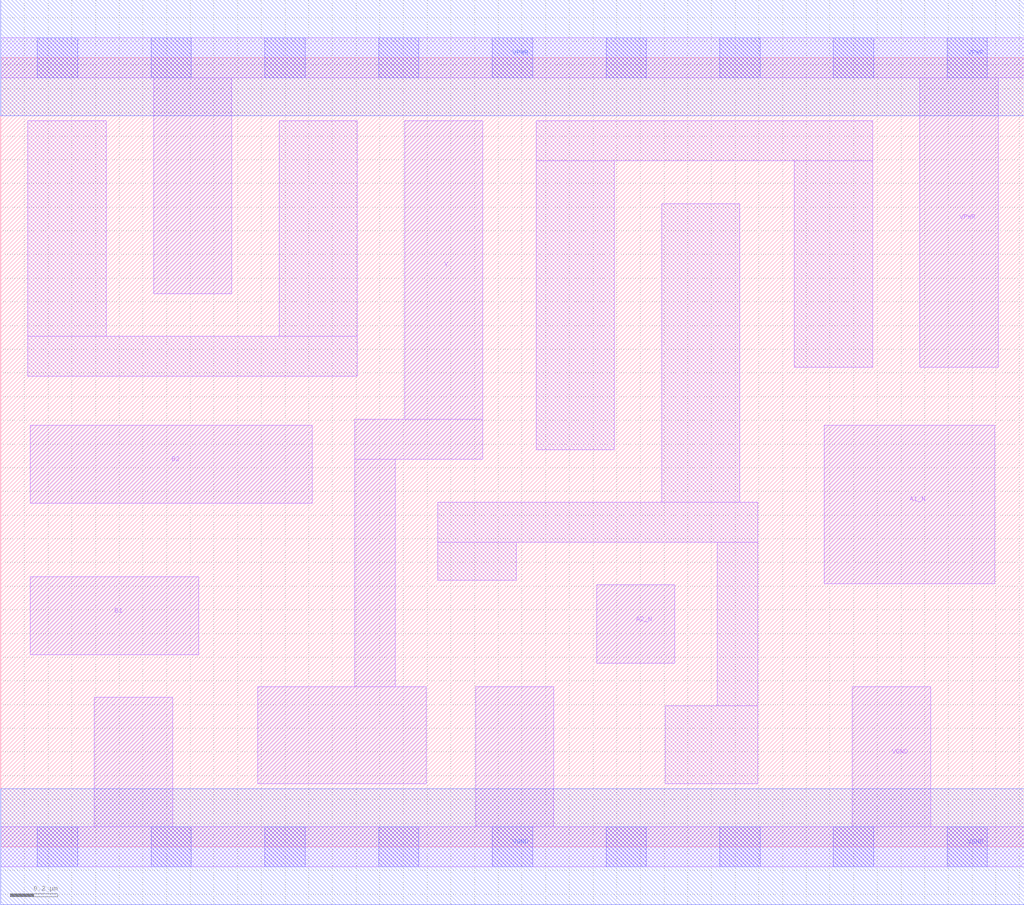
<source format=lef>
# Copyright 2020 The SkyWater PDK Authors
#
# Licensed under the Apache License, Version 2.0 (the "License");
# you may not use this file except in compliance with the License.
# You may obtain a copy of the License at
#
#     https://www.apache.org/licenses/LICENSE-2.0
#
# Unless required by applicable law or agreed to in writing, software
# distributed under the License is distributed on an "AS IS" BASIS,
# WITHOUT WARRANTIES OR CONDITIONS OF ANY KIND, either express or implied.
# See the License for the specific language governing permissions and
# limitations under the License.
#
# SPDX-License-Identifier: Apache-2.0

VERSION 5.7 ;
  NAMESCASESENSITIVE ON ;
  NOWIREEXTENSIONATPIN ON ;
  DIVIDERCHAR "/" ;
  BUSBITCHARS "[]" ;
UNITS
  DATABASE MICRONS 200 ;
END UNITS
MACRO sky130_fd_sc_lp__a2bb2oi_lp
  CLASS CORE ;
  SOURCE USER ;
  FOREIGN sky130_fd_sc_lp__a2bb2oi_lp ;
  ORIGIN  0.000000  0.000000 ;
  SIZE  4.320000 BY  3.330000 ;
  SYMMETRY X Y R90 ;
  SITE unit ;
  PIN A1_N
    ANTENNAGATEAREA  0.376000 ;
    DIRECTION INPUT ;
    USE SIGNAL ;
    PORT
      LAYER li1 ;
        RECT 3.475000 1.110000 4.195000 1.780000 ;
    END
  END A1_N
  PIN A2_N
    ANTENNAGATEAREA  0.376000 ;
    DIRECTION INPUT ;
    USE SIGNAL ;
    PORT
      LAYER li1 ;
        RECT 2.515000 0.775000 2.845000 1.105000 ;
    END
  END A2_N
  PIN B1
    ANTENNAGATEAREA  0.313000 ;
    DIRECTION INPUT ;
    USE SIGNAL ;
    PORT
      LAYER li1 ;
        RECT 0.125000 0.810000 0.835000 1.140000 ;
    END
  END B1
  PIN B2
    ANTENNAGATEAREA  0.313000 ;
    DIRECTION INPUT ;
    USE SIGNAL ;
    PORT
      LAYER li1 ;
        RECT 0.125000 1.450000 1.315000 1.780000 ;
    END
  END B2
  PIN Y
    ANTENNADIFFAREA  0.397600 ;
    DIRECTION OUTPUT ;
    USE SIGNAL ;
    PORT
      LAYER li1 ;
        RECT 1.085000 0.265000 1.795000 0.675000 ;
        RECT 1.495000 0.675000 1.665000 1.635000 ;
        RECT 1.495000 1.635000 2.035000 1.805000 ;
        RECT 1.705000 1.805000 2.035000 3.065000 ;
    END
  END Y
  PIN VGND
    DIRECTION INOUT ;
    USE GROUND ;
    PORT
      LAYER li1 ;
        RECT 0.000000 -0.085000 4.320000 0.085000 ;
        RECT 0.395000  0.085000 0.725000 0.630000 ;
        RECT 2.005000  0.085000 2.335000 0.675000 ;
        RECT 3.595000  0.085000 3.925000 0.675000 ;
      LAYER mcon ;
        RECT 0.155000 -0.085000 0.325000 0.085000 ;
        RECT 0.635000 -0.085000 0.805000 0.085000 ;
        RECT 1.115000 -0.085000 1.285000 0.085000 ;
        RECT 1.595000 -0.085000 1.765000 0.085000 ;
        RECT 2.075000 -0.085000 2.245000 0.085000 ;
        RECT 2.555000 -0.085000 2.725000 0.085000 ;
        RECT 3.035000 -0.085000 3.205000 0.085000 ;
        RECT 3.515000 -0.085000 3.685000 0.085000 ;
        RECT 3.995000 -0.085000 4.165000 0.085000 ;
      LAYER met1 ;
        RECT 0.000000 -0.245000 4.320000 0.245000 ;
    END
  END VGND
  PIN VPWR
    DIRECTION INOUT ;
    USE POWER ;
    PORT
      LAYER li1 ;
        RECT 0.000000 3.245000 4.320000 3.415000 ;
        RECT 0.645000 2.335000 0.975000 3.245000 ;
        RECT 3.880000 2.025000 4.210000 3.245000 ;
      LAYER mcon ;
        RECT 0.155000 3.245000 0.325000 3.415000 ;
        RECT 0.635000 3.245000 0.805000 3.415000 ;
        RECT 1.115000 3.245000 1.285000 3.415000 ;
        RECT 1.595000 3.245000 1.765000 3.415000 ;
        RECT 2.075000 3.245000 2.245000 3.415000 ;
        RECT 2.555000 3.245000 2.725000 3.415000 ;
        RECT 3.035000 3.245000 3.205000 3.415000 ;
        RECT 3.515000 3.245000 3.685000 3.415000 ;
        RECT 3.995000 3.245000 4.165000 3.415000 ;
      LAYER met1 ;
        RECT 0.000000 3.085000 4.320000 3.575000 ;
    END
  END VPWR
  OBS
    LAYER li1 ;
      RECT 0.115000 1.985000 1.505000 2.155000 ;
      RECT 0.115000 2.155000 0.445000 3.065000 ;
      RECT 1.175000 2.155000 1.505000 3.065000 ;
      RECT 1.845000 1.125000 2.175000 1.285000 ;
      RECT 1.845000 1.285000 3.195000 1.455000 ;
      RECT 2.260000 1.675000 2.590000 2.895000 ;
      RECT 2.260000 2.895000 3.680000 3.065000 ;
      RECT 2.790000 1.455000 3.120000 2.715000 ;
      RECT 2.805000 0.265000 3.195000 0.595000 ;
      RECT 3.025000 0.595000 3.195000 1.285000 ;
      RECT 3.350000 2.025000 3.680000 2.895000 ;
  END
END sky130_fd_sc_lp__a2bb2oi_lp

</source>
